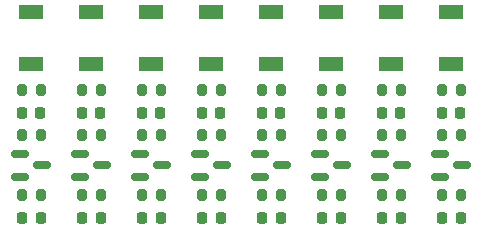
<source format=gbr>
G04 #@! TF.GenerationSoftware,KiCad,Pcbnew,6.0.9+dfsg-1*
G04 #@! TF.CreationDate,2022-11-16T11:07:49+08:00*
G04 #@! TF.ProjectId,io,696f2e6b-6963-4616-945f-706362585858,rev?*
G04 #@! TF.SameCoordinates,Original*
G04 #@! TF.FileFunction,Paste,Top*
G04 #@! TF.FilePolarity,Positive*
%FSLAX46Y46*%
G04 Gerber Fmt 4.6, Leading zero omitted, Abs format (unit mm)*
G04 Created by KiCad (PCBNEW 6.0.9+dfsg-1) date 2022-11-16 11:07:49*
%MOMM*%
%LPD*%
G01*
G04 APERTURE LIST*
G04 Aperture macros list*
%AMRoundRect*
0 Rectangle with rounded corners*
0 $1 Rounding radius*
0 $2 $3 $4 $5 $6 $7 $8 $9 X,Y pos of 4 corners*
0 Add a 4 corners polygon primitive as box body*
4,1,4,$2,$3,$4,$5,$6,$7,$8,$9,$2,$3,0*
0 Add four circle primitives for the rounded corners*
1,1,$1+$1,$2,$3*
1,1,$1+$1,$4,$5*
1,1,$1+$1,$6,$7*
1,1,$1+$1,$8,$9*
0 Add four rect primitives between the rounded corners*
20,1,$1+$1,$2,$3,$4,$5,0*
20,1,$1+$1,$4,$5,$6,$7,0*
20,1,$1+$1,$6,$7,$8,$9,0*
20,1,$1+$1,$8,$9,$2,$3,0*%
G04 Aperture macros list end*
%ADD10RoundRect,0.200000X-0.200000X-0.275000X0.200000X-0.275000X0.200000X0.275000X-0.200000X0.275000X0*%
%ADD11RoundRect,0.150000X-0.587500X-0.150000X0.587500X-0.150000X0.587500X0.150000X-0.587500X0.150000X0*%
%ADD12RoundRect,0.218750X-0.218750X-0.256250X0.218750X-0.256250X0.218750X0.256250X-0.218750X0.256250X0*%
%ADD13RoundRect,0.225000X-0.225000X-0.250000X0.225000X-0.250000X0.225000X0.250000X-0.225000X0.250000X0*%
%ADD14R,2.000000X1.200000*%
G04 APERTURE END LIST*
D10*
G04 #@! TO.C,R3*
X135700000Y-89535000D03*
X137350000Y-89535000D03*
G04 #@! TD*
D11*
G04 #@! TO.C,Q6*
X160987500Y-86045000D03*
X160987500Y-87945000D03*
X162862500Y-86995000D03*
G04 #@! TD*
D12*
G04 #@! TO.C,D1*
X135737500Y-91440000D03*
X137312500Y-91440000D03*
G04 #@! TD*
D13*
G04 #@! TO.C,C4*
X150990000Y-82550000D03*
X152540000Y-82550000D03*
G04 #@! TD*
D11*
G04 #@! TO.C,Q2*
X140667500Y-86045000D03*
X140667500Y-87945000D03*
X142542500Y-86995000D03*
G04 #@! TD*
D14*
G04 #@! TO.C,SW3*
X146635000Y-78400000D03*
X146685000Y-74000000D03*
G04 #@! TD*
D13*
G04 #@! TO.C,C5*
X156070000Y-82550000D03*
X157620000Y-82550000D03*
G04 #@! TD*
D12*
G04 #@! TO.C,D7*
X166217500Y-91440000D03*
X167792500Y-91440000D03*
G04 #@! TD*
D10*
G04 #@! TO.C,R8*
X145860000Y-80645000D03*
X147510000Y-80645000D03*
G04 #@! TD*
D14*
G04 #@! TO.C,SW2*
X141555000Y-78400000D03*
X141605000Y-74000000D03*
G04 #@! TD*
G04 #@! TO.C,SW4*
X151715000Y-78400000D03*
X151765000Y-74000000D03*
G04 #@! TD*
G04 #@! TO.C,SW6*
X161875000Y-78400000D03*
X161925000Y-74000000D03*
G04 #@! TD*
D12*
G04 #@! TO.C,D8*
X171297500Y-91440000D03*
X172872500Y-91440000D03*
G04 #@! TD*
D10*
G04 #@! TO.C,R24*
X171260000Y-89535000D03*
X172910000Y-89535000D03*
G04 #@! TD*
D13*
G04 #@! TO.C,C3*
X145910000Y-82550000D03*
X147460000Y-82550000D03*
G04 #@! TD*
D12*
G04 #@! TO.C,D4*
X150977500Y-91440000D03*
X152552500Y-91440000D03*
G04 #@! TD*
D14*
G04 #@! TO.C,SW7*
X166955000Y-78400000D03*
X167005000Y-74000000D03*
G04 #@! TD*
D10*
G04 #@! TO.C,R14*
X156020000Y-80645000D03*
X157670000Y-80645000D03*
G04 #@! TD*
D12*
G04 #@! TO.C,D3*
X145897500Y-91440000D03*
X147472500Y-91440000D03*
G04 #@! TD*
D14*
G04 #@! TO.C,SW5*
X156795000Y-78400000D03*
X156845000Y-74000000D03*
G04 #@! TD*
D10*
G04 #@! TO.C,R23*
X171260000Y-80645000D03*
X172910000Y-80645000D03*
G04 #@! TD*
D11*
G04 #@! TO.C,Q3*
X145747500Y-86045000D03*
X145747500Y-87945000D03*
X147622500Y-86995000D03*
G04 #@! TD*
D10*
G04 #@! TO.C,R22*
X171260000Y-84455000D03*
X172910000Y-84455000D03*
G04 #@! TD*
G04 #@! TO.C,R17*
X161100000Y-80645000D03*
X162750000Y-80645000D03*
G04 #@! TD*
G04 #@! TO.C,R4*
X140780000Y-84455000D03*
X142430000Y-84455000D03*
G04 #@! TD*
G04 #@! TO.C,R6*
X140780000Y-89535000D03*
X142430000Y-89535000D03*
G04 #@! TD*
D13*
G04 #@! TO.C,C1*
X135750000Y-82550000D03*
X137300000Y-82550000D03*
G04 #@! TD*
D12*
G04 #@! TO.C,D6*
X161137500Y-91440000D03*
X162712500Y-91440000D03*
G04 #@! TD*
D13*
G04 #@! TO.C,C6*
X161150000Y-82550000D03*
X162700000Y-82550000D03*
G04 #@! TD*
D14*
G04 #@! TO.C,SW8*
X172035000Y-78400000D03*
X172085000Y-74000000D03*
G04 #@! TD*
D11*
G04 #@! TO.C,Q7*
X166067500Y-86045000D03*
X166067500Y-87945000D03*
X167942500Y-86995000D03*
G04 #@! TD*
D10*
G04 #@! TO.C,R5*
X140780000Y-80645000D03*
X142430000Y-80645000D03*
G04 #@! TD*
D12*
G04 #@! TO.C,D5*
X156057500Y-91440000D03*
X157632500Y-91440000D03*
G04 #@! TD*
D13*
G04 #@! TO.C,C2*
X140830000Y-82550000D03*
X142380000Y-82550000D03*
G04 #@! TD*
D10*
G04 #@! TO.C,R7*
X145860000Y-84455000D03*
X147510000Y-84455000D03*
G04 #@! TD*
G04 #@! TO.C,R21*
X166180000Y-89535000D03*
X167830000Y-89535000D03*
G04 #@! TD*
G04 #@! TO.C,R15*
X156020000Y-89535000D03*
X157670000Y-89535000D03*
G04 #@! TD*
G04 #@! TO.C,R20*
X166180000Y-80645000D03*
X167830000Y-80645000D03*
G04 #@! TD*
D13*
G04 #@! TO.C,C7*
X166230000Y-82550000D03*
X167780000Y-82550000D03*
G04 #@! TD*
D10*
G04 #@! TO.C,R11*
X150940000Y-80645000D03*
X152590000Y-80645000D03*
G04 #@! TD*
G04 #@! TO.C,R13*
X156020000Y-84455000D03*
X157670000Y-84455000D03*
G04 #@! TD*
G04 #@! TO.C,R16*
X161100000Y-84455000D03*
X162750000Y-84455000D03*
G04 #@! TD*
D11*
G04 #@! TO.C,Q8*
X171147500Y-86045000D03*
X171147500Y-87945000D03*
X173022500Y-86995000D03*
G04 #@! TD*
G04 #@! TO.C,Q1*
X135587500Y-86045000D03*
X135587500Y-87945000D03*
X137462500Y-86995000D03*
G04 #@! TD*
D10*
G04 #@! TO.C,R1*
X135700000Y-84455000D03*
X137350000Y-84455000D03*
G04 #@! TD*
G04 #@! TO.C,R18*
X161100000Y-89535000D03*
X162750000Y-89535000D03*
G04 #@! TD*
G04 #@! TO.C,R10*
X150940000Y-84455000D03*
X152590000Y-84455000D03*
G04 #@! TD*
D12*
G04 #@! TO.C,D2*
X140817500Y-91440000D03*
X142392500Y-91440000D03*
G04 #@! TD*
D11*
G04 #@! TO.C,Q4*
X150827500Y-86045000D03*
X150827500Y-87945000D03*
X152702500Y-86995000D03*
G04 #@! TD*
G04 #@! TO.C,Q5*
X155907500Y-86045000D03*
X155907500Y-87945000D03*
X157782500Y-86995000D03*
G04 #@! TD*
D10*
G04 #@! TO.C,R2*
X135700000Y-80645000D03*
X137350000Y-80645000D03*
G04 #@! TD*
G04 #@! TO.C,R9*
X145860000Y-89535000D03*
X147510000Y-89535000D03*
G04 #@! TD*
D14*
G04 #@! TO.C,SW1*
X136475000Y-78400000D03*
X136525000Y-74000000D03*
G04 #@! TD*
D10*
G04 #@! TO.C,R19*
X166180000Y-84455000D03*
X167830000Y-84455000D03*
G04 #@! TD*
D13*
G04 #@! TO.C,C8*
X171310000Y-82550000D03*
X172860000Y-82550000D03*
G04 #@! TD*
D10*
G04 #@! TO.C,R12*
X150940000Y-89535000D03*
X152590000Y-89535000D03*
G04 #@! TD*
M02*

</source>
